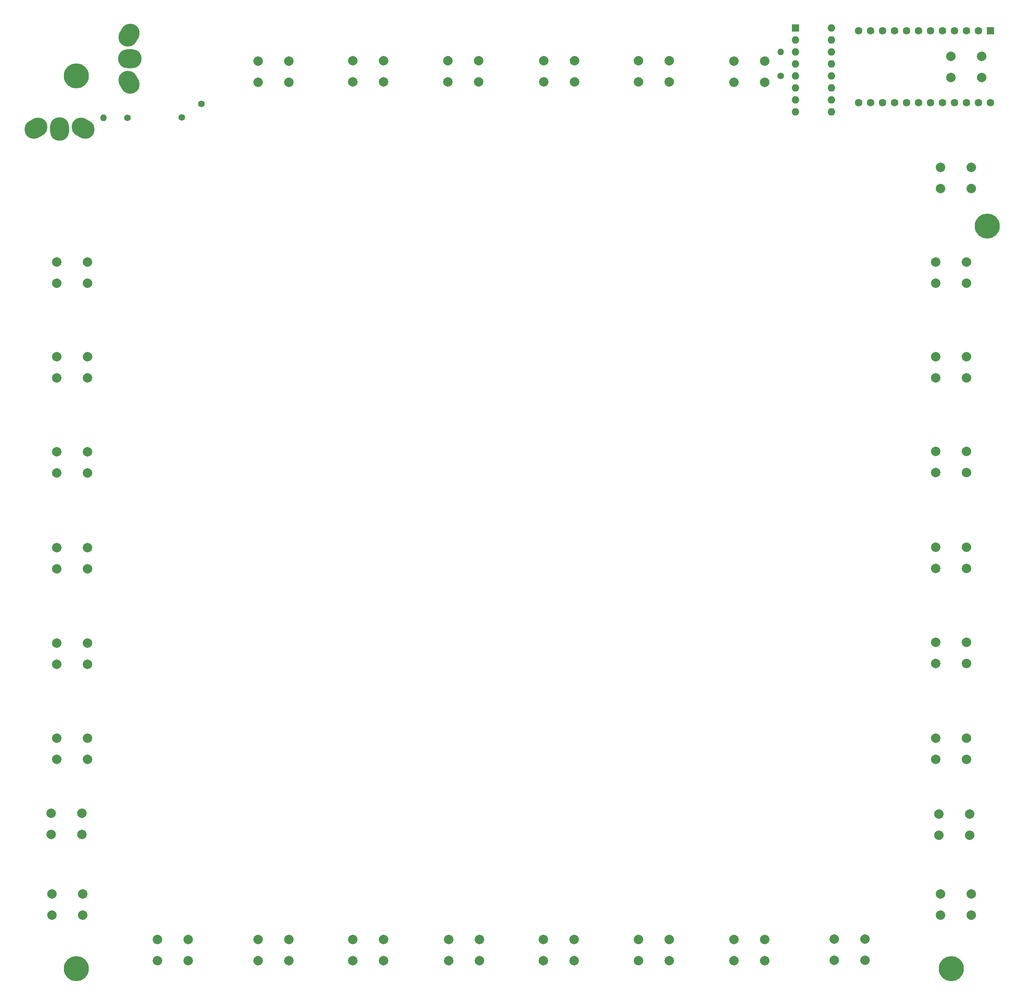
<source format=gbr>
%TF.GenerationSoftware,KiCad,Pcbnew,8.0.0~rc2*%
%TF.CreationDate,2024-02-15T20:21:26+01:00*%
%TF.ProjectId,MFD,4d46442e-6b69-4636-9164-5f7063625858,rev?*%
%TF.SameCoordinates,Original*%
%TF.FileFunction,Soldermask,Top*%
%TF.FilePolarity,Negative*%
%FSLAX46Y46*%
G04 Gerber Fmt 4.6, Leading zero omitted, Abs format (unit mm)*
G04 Created by KiCad (PCBNEW 8.0.0~rc2) date 2024-02-15 20:21:26*
%MOMM*%
%LPD*%
G01*
G04 APERTURE LIST*
G04 Aperture macros list*
%AMHorizOval*
0 Thick line with rounded ends*
0 $1 width*
0 $2 $3 position (X,Y) of the first rounded end (center of the circle)*
0 $4 $5 position (X,Y) of the second rounded end (center of the circle)*
0 Add line between two ends*
20,1,$1,$2,$3,$4,$5,0*
0 Add two circle primitives to create the rounded ends*
1,1,$1,$2,$3*
1,1,$1,$4,$5*%
G04 Aperture macros list end*
%ADD10C,2.000000*%
%ADD11HorizOval,4.000000X-0.433013X-0.250000X0.433013X0.250000X0*%
%ADD12O,4.000000X5.000000*%
%ADD13HorizOval,4.000000X-0.433013X0.250000X0.433013X-0.250000X0*%
%ADD14C,5.300000*%
%ADD15C,1.400000*%
%ADD16O,1.400000X1.400000*%
%ADD17HorizOval,4.000000X-0.250000X0.433013X0.250000X-0.433013X0*%
%ADD18O,5.000000X4.000000*%
%ADD19HorizOval,4.000000X0.250000X0.433013X-0.250000X-0.433013X0*%
%ADD20R,1.600000X1.600000*%
%ADD21O,1.600000X1.600000*%
%ADD22C,1.600000*%
%ADD23HorizOval,1.400000X0.000000X0.000000X0.000000X0.000000X0*%
G04 APERTURE END LIST*
D10*
%TO.C,SW_T2*%
X129371999Y-50300002D03*
X135871999Y-50300002D03*
X129371999Y-54800002D03*
X135871999Y-54800002D03*
%TD*%
D11*
%TO.C,RV_VID1*%
X62228593Y-64589013D03*
D12*
X67228593Y-64739013D03*
D13*
X72228593Y-64589013D03*
%TD*%
D10*
%TO.C,SW_Fav1*%
X253935999Y-72906002D03*
X260435999Y-72906002D03*
X253935999Y-77406002D03*
X260435999Y-77406002D03*
%TD*%
%TO.C,SW_B3*%
X149743999Y-236518002D03*
X156243999Y-236518002D03*
X149743999Y-241018002D03*
X156243999Y-241018002D03*
%TD*%
D14*
%TO.C,H1*%
X70824999Y-53475002D03*
%TD*%
D10*
%TO.C,SW_T4*%
X169861999Y-50300002D03*
X176361999Y-50300002D03*
X169861999Y-54800002D03*
X176361999Y-54800002D03*
%TD*%
%TO.C,SW_L2*%
X66633999Y-113038002D03*
X73133999Y-113038002D03*
X66633999Y-117538002D03*
X73133999Y-117538002D03*
%TD*%
D15*
%TO.C,R2*%
X81619999Y-62365002D03*
D16*
X76539999Y-62365002D03*
%TD*%
D10*
%TO.C,SW_B4*%
X169809999Y-236518002D03*
X176309999Y-236518002D03*
X169809999Y-241018002D03*
X176309999Y-241018002D03*
%TD*%
%TO.C,SW_L3*%
X66685999Y-133140002D03*
X73185999Y-133140002D03*
X66685999Y-137640002D03*
X73185999Y-137640002D03*
%TD*%
%TO.C,SW_R5*%
X252919999Y-173562002D03*
X259419999Y-173562002D03*
X252919999Y-178062002D03*
X259419999Y-178062002D03*
%TD*%
%TO.C,SW_WPN1*%
X65669999Y-226866002D03*
X72169999Y-226866002D03*
X65669999Y-231366002D03*
X72169999Y-231366002D03*
%TD*%
%TO.C,SW_L6*%
X66685999Y-193846002D03*
X73185999Y-193846002D03*
X66685999Y-198346002D03*
X73185999Y-198346002D03*
%TD*%
%TO.C,SW_B5*%
X189927999Y-236554002D03*
X196427999Y-236554002D03*
X189927999Y-241054002D03*
X196427999Y-241054002D03*
%TD*%
%TO.C,SW_COM1*%
X253935999Y-226902002D03*
X260435999Y-226902002D03*
X253935999Y-231402002D03*
X260435999Y-231402002D03*
%TD*%
%TO.C,SW_FCR1*%
X65467999Y-209812002D03*
X71967999Y-209812002D03*
X65467999Y-214312002D03*
X71967999Y-214312002D03*
%TD*%
D14*
%TO.C,H4*%
X256244999Y-242705002D03*
%TD*%
D10*
%TO.C,SW_VID1*%
X253629999Y-209975002D03*
X260129999Y-209975002D03*
X253629999Y-214475002D03*
X260129999Y-214475002D03*
%TD*%
D15*
%TO.C,R3*%
X220049999Y-53475002D03*
D16*
X220049999Y-48395002D03*
%TD*%
D10*
%TO.C,SW_M/B1*%
X109357999Y-236518002D03*
X115857999Y-236518002D03*
X109357999Y-241018002D03*
X115857999Y-241018002D03*
%TD*%
D14*
%TO.C,H3*%
X70824999Y-242705002D03*
%TD*%
D10*
%TO.C,SW_AC1*%
X231404999Y-236470002D03*
X237904999Y-236470002D03*
X231404999Y-240970002D03*
X237904999Y-240970002D03*
%TD*%
%TO.C,SW_T6*%
X210195999Y-50336002D03*
X216695999Y-50336002D03*
X210195999Y-54836002D03*
X216695999Y-54836002D03*
%TD*%
%TO.C,SW_L4*%
X66633999Y-153496002D03*
X73133999Y-153496002D03*
X66633999Y-157996002D03*
X73133999Y-157996002D03*
%TD*%
%TO.C,SW_R4*%
X252919999Y-153424002D03*
X259419999Y-153424002D03*
X252919999Y-157924002D03*
X259419999Y-157924002D03*
%TD*%
D17*
%TO.C,RV_BRT1*%
X81954893Y-54877678D03*
D18*
X82104893Y-49877678D03*
D19*
X81954893Y-44877678D03*
%TD*%
D10*
%TO.C,SW_L5*%
X66633999Y-173744002D03*
X73133999Y-173744002D03*
X66633999Y-178244002D03*
X73133999Y-178244002D03*
%TD*%
D20*
%TO.C,U1*%
X223219999Y-43340002D03*
D21*
X223219999Y-45880002D03*
X223219999Y-48420002D03*
X223219999Y-50960002D03*
X223219999Y-53500002D03*
X223219999Y-56040002D03*
X223219999Y-58580002D03*
X223219999Y-61120002D03*
X230839999Y-61120002D03*
X230839999Y-58580002D03*
X230839999Y-56040002D03*
X230839999Y-53500002D03*
X230839999Y-50960002D03*
X230839999Y-48420002D03*
X230839999Y-45880002D03*
X230839999Y-43340002D03*
%TD*%
D10*
%TO.C,SW_B2*%
X129423999Y-236518002D03*
X135923999Y-236518002D03*
X129423999Y-241018002D03*
X135923999Y-241018002D03*
%TD*%
%TO.C,SW_T3*%
X149541999Y-50300002D03*
X156041999Y-50300002D03*
X149541999Y-54800002D03*
X156041999Y-54800002D03*
%TD*%
%TO.C,SW_TSD1*%
X88021999Y-236518002D03*
X94521999Y-236518002D03*
X88021999Y-241018002D03*
X94521999Y-241018002D03*
%TD*%
D20*
%TO.C,U2*%
X264499999Y-43950002D03*
D22*
X261959999Y-43950002D03*
X259419999Y-43950002D03*
X256879999Y-43950002D03*
X254339999Y-43950002D03*
X251799999Y-43950002D03*
X249259999Y-43950002D03*
X246719999Y-43950002D03*
X244179999Y-43950002D03*
X241639999Y-43950002D03*
X239099999Y-43950002D03*
X236559999Y-43950002D03*
X236559999Y-59190002D03*
X239099999Y-59190002D03*
X241639999Y-59190002D03*
X244179999Y-59190002D03*
X246719999Y-59190002D03*
X249259999Y-59190002D03*
X251799999Y-59190002D03*
X254339999Y-59190002D03*
X256879999Y-59190002D03*
X259419999Y-59190002D03*
X261959999Y-59190002D03*
X264499999Y-59190002D03*
%TD*%
D10*
%TO.C,SW_B6*%
X210195999Y-236518002D03*
X216695999Y-236518002D03*
X210195999Y-241018002D03*
X216695999Y-241018002D03*
%TD*%
%TO.C,SW_T1*%
X109357999Y-50336002D03*
X115857999Y-50336002D03*
X109357999Y-54836002D03*
X115857999Y-54836002D03*
%TD*%
%TO.C,SW_R6*%
X252919999Y-193882002D03*
X259419999Y-193882002D03*
X252919999Y-198382002D03*
X259419999Y-198382002D03*
%TD*%
D14*
%TO.C,H2*%
X263864999Y-85360002D03*
%TD*%
D10*
%TO.C,SW_R3*%
X252919999Y-133104002D03*
X259419999Y-133104002D03*
X252919999Y-137604002D03*
X259419999Y-137604002D03*
%TD*%
%TO.C,SW_R2*%
X252919999Y-113038002D03*
X259419999Y-113038002D03*
X252919999Y-117538002D03*
X259419999Y-117538002D03*
%TD*%
%TO.C,SW_T5*%
X189927999Y-50300002D03*
X196427999Y-50300002D03*
X189927999Y-54800002D03*
X196427999Y-54800002D03*
%TD*%
D15*
%TO.C,R1*%
X93128353Y-62297886D03*
D23*
X97289645Y-59384118D03*
%TD*%
D10*
%TO.C,SW_L1*%
X66633999Y-92972002D03*
X73133999Y-92972002D03*
X66633999Y-97472002D03*
X73133999Y-97472002D03*
%TD*%
%TO.C,SW_R1*%
X252919999Y-92972002D03*
X259419999Y-92972002D03*
X252919999Y-97472002D03*
X259419999Y-97472002D03*
%TD*%
%TO.C,SW_RST1*%
X262669999Y-49320002D03*
X256169999Y-49320002D03*
X262669999Y-53820002D03*
X256169999Y-53820002D03*
%TD*%
M02*

</source>
